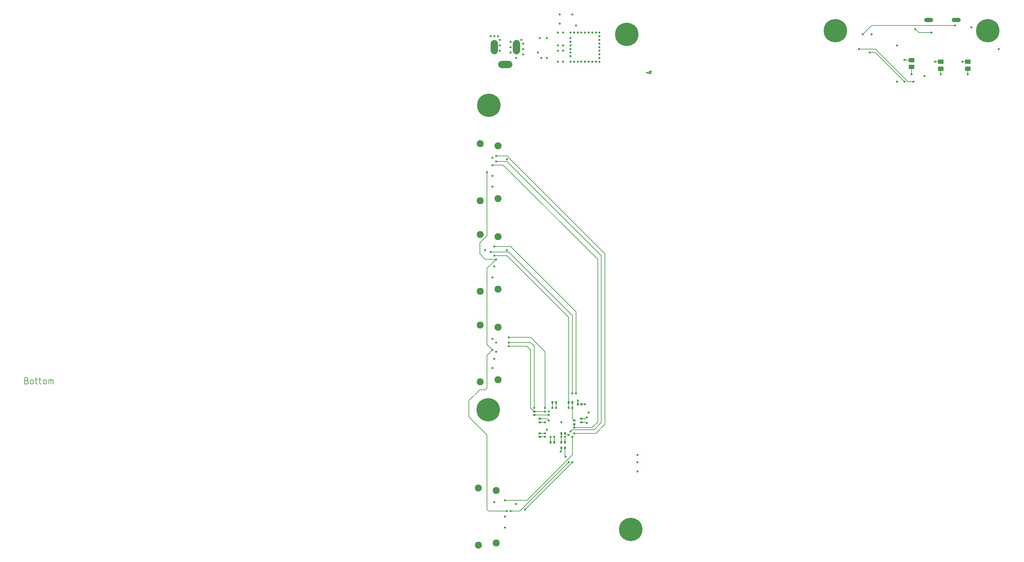
<source format=gbr>
G04 EAGLE Gerber RS-274X export*
G75*
%MOMM*%
%FSLAX34Y34*%
%LPD*%
%INBottom Copper*%
%IPPOS*%
%AMOC8*
5,1,8,0,0,1.08239X$1,22.5*%
G01*
%ADD10C,0.355600*%
%ADD11C,0.152400*%
%ADD12R,0.600000X0.700000*%
%ADD13R,0.700000X0.600000*%
%ADD14C,2.000000*%
%ADD15C,1.950000*%
%ADD16R,1.500000X1.300000*%
%ADD17C,1.219200*%
%ADD18C,6.451600*%
%ADD19C,0.600000*%
%ADD20C,0.150000*%


D10*
X498998Y1324939D02*
X510061Y1321778D01*
X510061Y1329680D01*
X506900Y1327310D02*
X513222Y1327310D01*
D11*
X-1209299Y475640D02*
X-1214238Y475640D01*
X-1209299Y475640D02*
X-1209159Y475638D01*
X-1209020Y475632D01*
X-1208880Y475622D01*
X-1208741Y475608D01*
X-1208602Y475591D01*
X-1208464Y475569D01*
X-1208327Y475543D01*
X-1208190Y475514D01*
X-1208054Y475481D01*
X-1207920Y475444D01*
X-1207786Y475403D01*
X-1207654Y475358D01*
X-1207522Y475309D01*
X-1207393Y475257D01*
X-1207265Y475202D01*
X-1207138Y475142D01*
X-1207013Y475079D01*
X-1206890Y475013D01*
X-1206769Y474943D01*
X-1206650Y474870D01*
X-1206533Y474793D01*
X-1206419Y474713D01*
X-1206306Y474630D01*
X-1206196Y474544D01*
X-1206089Y474454D01*
X-1205984Y474362D01*
X-1205882Y474267D01*
X-1205782Y474169D01*
X-1205685Y474068D01*
X-1205591Y473964D01*
X-1205501Y473858D01*
X-1205413Y473749D01*
X-1205328Y473638D01*
X-1205247Y473524D01*
X-1205168Y473409D01*
X-1205093Y473291D01*
X-1205022Y473171D01*
X-1204954Y473048D01*
X-1204889Y472925D01*
X-1204828Y472799D01*
X-1204770Y472671D01*
X-1204716Y472543D01*
X-1204666Y472412D01*
X-1204619Y472280D01*
X-1204576Y472147D01*
X-1204537Y472013D01*
X-1204502Y471878D01*
X-1204471Y471742D01*
X-1204443Y471604D01*
X-1204420Y471467D01*
X-1204400Y471328D01*
X-1204384Y471189D01*
X-1204372Y471050D01*
X-1204364Y470911D01*
X-1204360Y470771D01*
X-1204360Y470631D01*
X-1204364Y470491D01*
X-1204372Y470352D01*
X-1204384Y470213D01*
X-1204400Y470074D01*
X-1204420Y469935D01*
X-1204443Y469798D01*
X-1204471Y469660D01*
X-1204502Y469524D01*
X-1204537Y469389D01*
X-1204576Y469255D01*
X-1204619Y469122D01*
X-1204666Y468990D01*
X-1204716Y468859D01*
X-1204770Y468731D01*
X-1204828Y468603D01*
X-1204889Y468477D01*
X-1204954Y468354D01*
X-1205022Y468232D01*
X-1205093Y468111D01*
X-1205168Y467993D01*
X-1205247Y467878D01*
X-1205328Y467764D01*
X-1205413Y467653D01*
X-1205501Y467544D01*
X-1205591Y467438D01*
X-1205685Y467334D01*
X-1205782Y467233D01*
X-1205882Y467135D01*
X-1205984Y467040D01*
X-1206089Y466948D01*
X-1206196Y466858D01*
X-1206306Y466772D01*
X-1206419Y466689D01*
X-1206533Y466609D01*
X-1206650Y466532D01*
X-1206769Y466459D01*
X-1206890Y466389D01*
X-1207013Y466323D01*
X-1207138Y466260D01*
X-1207265Y466200D01*
X-1207393Y466145D01*
X-1207522Y466093D01*
X-1207654Y466044D01*
X-1207786Y465999D01*
X-1207920Y465958D01*
X-1208054Y465921D01*
X-1208190Y465888D01*
X-1208327Y465859D01*
X-1208464Y465833D01*
X-1208602Y465811D01*
X-1208741Y465794D01*
X-1208880Y465780D01*
X-1209020Y465770D01*
X-1209159Y465764D01*
X-1209299Y465762D01*
X-1214238Y465762D01*
X-1214238Y483542D01*
X-1209299Y483542D01*
X-1209175Y483540D01*
X-1209051Y483534D01*
X-1208927Y483524D01*
X-1208804Y483511D01*
X-1208681Y483493D01*
X-1208559Y483472D01*
X-1208437Y483447D01*
X-1208316Y483418D01*
X-1208197Y483385D01*
X-1208078Y483349D01*
X-1207961Y483308D01*
X-1207845Y483265D01*
X-1207730Y483217D01*
X-1207617Y483166D01*
X-1207505Y483111D01*
X-1207396Y483053D01*
X-1207288Y482992D01*
X-1207182Y482927D01*
X-1207078Y482859D01*
X-1206977Y482787D01*
X-1206877Y482713D01*
X-1206781Y482635D01*
X-1206686Y482555D01*
X-1206594Y482471D01*
X-1206505Y482385D01*
X-1206419Y482296D01*
X-1206335Y482204D01*
X-1206255Y482109D01*
X-1206177Y482013D01*
X-1206103Y481913D01*
X-1206031Y481812D01*
X-1205963Y481708D01*
X-1205898Y481602D01*
X-1205837Y481494D01*
X-1205779Y481385D01*
X-1205724Y481273D01*
X-1205673Y481160D01*
X-1205625Y481045D01*
X-1205582Y480929D01*
X-1205541Y480812D01*
X-1205505Y480693D01*
X-1205472Y480574D01*
X-1205443Y480453D01*
X-1205418Y480331D01*
X-1205397Y480209D01*
X-1205379Y480086D01*
X-1205366Y479963D01*
X-1205356Y479839D01*
X-1205350Y479715D01*
X-1205348Y479591D01*
X-1205350Y479467D01*
X-1205356Y479343D01*
X-1205366Y479219D01*
X-1205379Y479096D01*
X-1205397Y478973D01*
X-1205418Y478851D01*
X-1205443Y478729D01*
X-1205472Y478608D01*
X-1205505Y478489D01*
X-1205541Y478370D01*
X-1205582Y478253D01*
X-1205625Y478137D01*
X-1205673Y478022D01*
X-1205724Y477909D01*
X-1205779Y477797D01*
X-1205837Y477688D01*
X-1205898Y477580D01*
X-1205963Y477474D01*
X-1206031Y477370D01*
X-1206103Y477269D01*
X-1206177Y477169D01*
X-1206255Y477073D01*
X-1206335Y476978D01*
X-1206419Y476886D01*
X-1206505Y476797D01*
X-1206594Y476711D01*
X-1206686Y476627D01*
X-1206781Y476547D01*
X-1206877Y476469D01*
X-1206977Y476395D01*
X-1207078Y476323D01*
X-1207182Y476255D01*
X-1207288Y476190D01*
X-1207396Y476129D01*
X-1207505Y476071D01*
X-1207617Y476016D01*
X-1207730Y475965D01*
X-1207845Y475917D01*
X-1207961Y475874D01*
X-1208078Y475833D01*
X-1208197Y475797D01*
X-1208316Y475764D01*
X-1208437Y475735D01*
X-1208559Y475710D01*
X-1208681Y475689D01*
X-1208804Y475671D01*
X-1208927Y475658D01*
X-1209051Y475648D01*
X-1209175Y475642D01*
X-1209299Y475640D01*
X-1198372Y473664D02*
X-1198372Y469713D01*
X-1198372Y473664D02*
X-1198370Y473788D01*
X-1198364Y473912D01*
X-1198354Y474036D01*
X-1198341Y474159D01*
X-1198323Y474282D01*
X-1198302Y474404D01*
X-1198277Y474526D01*
X-1198248Y474647D01*
X-1198215Y474766D01*
X-1198179Y474885D01*
X-1198138Y475002D01*
X-1198095Y475118D01*
X-1198047Y475233D01*
X-1197996Y475346D01*
X-1197941Y475458D01*
X-1197883Y475567D01*
X-1197822Y475675D01*
X-1197757Y475781D01*
X-1197689Y475885D01*
X-1197617Y475986D01*
X-1197543Y476086D01*
X-1197465Y476182D01*
X-1197385Y476277D01*
X-1197301Y476369D01*
X-1197215Y476458D01*
X-1197126Y476544D01*
X-1197034Y476628D01*
X-1196939Y476708D01*
X-1196843Y476786D01*
X-1196743Y476860D01*
X-1196642Y476932D01*
X-1196538Y477000D01*
X-1196432Y477065D01*
X-1196324Y477126D01*
X-1196215Y477184D01*
X-1196103Y477239D01*
X-1195990Y477290D01*
X-1195875Y477338D01*
X-1195759Y477381D01*
X-1195642Y477422D01*
X-1195523Y477458D01*
X-1195404Y477491D01*
X-1195283Y477520D01*
X-1195161Y477545D01*
X-1195039Y477566D01*
X-1194916Y477584D01*
X-1194793Y477597D01*
X-1194669Y477607D01*
X-1194545Y477613D01*
X-1194421Y477615D01*
X-1194297Y477613D01*
X-1194173Y477607D01*
X-1194049Y477597D01*
X-1193926Y477584D01*
X-1193803Y477566D01*
X-1193681Y477545D01*
X-1193559Y477520D01*
X-1193438Y477491D01*
X-1193319Y477458D01*
X-1193200Y477422D01*
X-1193083Y477381D01*
X-1192967Y477338D01*
X-1192852Y477290D01*
X-1192739Y477239D01*
X-1192627Y477184D01*
X-1192518Y477126D01*
X-1192410Y477065D01*
X-1192304Y477000D01*
X-1192200Y476932D01*
X-1192099Y476860D01*
X-1191999Y476786D01*
X-1191903Y476708D01*
X-1191808Y476628D01*
X-1191716Y476544D01*
X-1191627Y476458D01*
X-1191541Y476369D01*
X-1191457Y476277D01*
X-1191377Y476182D01*
X-1191299Y476086D01*
X-1191225Y475986D01*
X-1191153Y475885D01*
X-1191085Y475781D01*
X-1191020Y475675D01*
X-1190959Y475567D01*
X-1190901Y475458D01*
X-1190846Y475346D01*
X-1190795Y475233D01*
X-1190747Y475118D01*
X-1190704Y475002D01*
X-1190663Y474885D01*
X-1190627Y474766D01*
X-1190594Y474647D01*
X-1190565Y474526D01*
X-1190540Y474404D01*
X-1190519Y474282D01*
X-1190501Y474159D01*
X-1190488Y474036D01*
X-1190478Y473912D01*
X-1190472Y473788D01*
X-1190470Y473664D01*
X-1190470Y469713D01*
X-1190472Y469589D01*
X-1190478Y469465D01*
X-1190488Y469341D01*
X-1190501Y469218D01*
X-1190519Y469095D01*
X-1190540Y468973D01*
X-1190565Y468851D01*
X-1190594Y468730D01*
X-1190627Y468611D01*
X-1190663Y468492D01*
X-1190704Y468375D01*
X-1190747Y468259D01*
X-1190795Y468144D01*
X-1190846Y468031D01*
X-1190901Y467919D01*
X-1190959Y467810D01*
X-1191020Y467702D01*
X-1191085Y467596D01*
X-1191153Y467492D01*
X-1191225Y467391D01*
X-1191299Y467291D01*
X-1191377Y467195D01*
X-1191457Y467100D01*
X-1191541Y467008D01*
X-1191627Y466919D01*
X-1191716Y466833D01*
X-1191808Y466749D01*
X-1191903Y466669D01*
X-1191999Y466591D01*
X-1192099Y466517D01*
X-1192200Y466445D01*
X-1192304Y466377D01*
X-1192410Y466312D01*
X-1192518Y466251D01*
X-1192627Y466193D01*
X-1192739Y466138D01*
X-1192852Y466087D01*
X-1192967Y466039D01*
X-1193083Y465996D01*
X-1193200Y465955D01*
X-1193319Y465919D01*
X-1193438Y465886D01*
X-1193559Y465857D01*
X-1193681Y465832D01*
X-1193803Y465811D01*
X-1193926Y465793D01*
X-1194049Y465780D01*
X-1194173Y465770D01*
X-1194297Y465764D01*
X-1194421Y465762D01*
X-1194545Y465764D01*
X-1194669Y465770D01*
X-1194793Y465780D01*
X-1194916Y465793D01*
X-1195039Y465811D01*
X-1195161Y465832D01*
X-1195283Y465857D01*
X-1195404Y465886D01*
X-1195523Y465919D01*
X-1195642Y465955D01*
X-1195759Y465996D01*
X-1195875Y466039D01*
X-1195990Y466087D01*
X-1196103Y466138D01*
X-1196215Y466193D01*
X-1196324Y466251D01*
X-1196432Y466312D01*
X-1196538Y466377D01*
X-1196642Y466445D01*
X-1196743Y466517D01*
X-1196843Y466591D01*
X-1196939Y466669D01*
X-1197034Y466749D01*
X-1197126Y466833D01*
X-1197215Y466919D01*
X-1197301Y467008D01*
X-1197385Y467100D01*
X-1197465Y467195D01*
X-1197543Y467291D01*
X-1197617Y467391D01*
X-1197689Y467492D01*
X-1197757Y467596D01*
X-1197822Y467702D01*
X-1197883Y467810D01*
X-1197941Y467919D01*
X-1197996Y468031D01*
X-1198047Y468144D01*
X-1198095Y468259D01*
X-1198138Y468375D01*
X-1198179Y468492D01*
X-1198215Y468611D01*
X-1198248Y468730D01*
X-1198277Y468851D01*
X-1198302Y468973D01*
X-1198323Y469095D01*
X-1198341Y469218D01*
X-1198354Y469341D01*
X-1198364Y469465D01*
X-1198370Y469589D01*
X-1198372Y469713D01*
X-1185210Y477615D02*
X-1179283Y477615D01*
X-1183234Y483542D02*
X-1183234Y468725D01*
X-1183232Y468619D01*
X-1183226Y468514D01*
X-1183217Y468408D01*
X-1183204Y468303D01*
X-1183187Y468199D01*
X-1183166Y468095D01*
X-1183142Y467992D01*
X-1183114Y467890D01*
X-1183082Y467789D01*
X-1183047Y467690D01*
X-1183008Y467591D01*
X-1182966Y467494D01*
X-1182921Y467399D01*
X-1182872Y467305D01*
X-1182819Y467213D01*
X-1182764Y467123D01*
X-1182705Y467035D01*
X-1182643Y466949D01*
X-1182578Y466866D01*
X-1182510Y466785D01*
X-1182440Y466706D01*
X-1182366Y466630D01*
X-1182290Y466556D01*
X-1182211Y466486D01*
X-1182130Y466418D01*
X-1182047Y466353D01*
X-1181961Y466291D01*
X-1181873Y466232D01*
X-1181783Y466177D01*
X-1181691Y466124D01*
X-1181597Y466075D01*
X-1181502Y466030D01*
X-1181405Y465988D01*
X-1181306Y465949D01*
X-1181207Y465914D01*
X-1181106Y465882D01*
X-1181004Y465854D01*
X-1180901Y465830D01*
X-1180797Y465809D01*
X-1180693Y465792D01*
X-1180588Y465779D01*
X-1180482Y465770D01*
X-1180377Y465764D01*
X-1180271Y465762D01*
X-1179283Y465762D01*
X-1174601Y477615D02*
X-1168674Y477615D01*
X-1172626Y483542D02*
X-1172626Y468725D01*
X-1172625Y468725D02*
X-1172623Y468619D01*
X-1172617Y468514D01*
X-1172608Y468408D01*
X-1172595Y468303D01*
X-1172578Y468199D01*
X-1172557Y468095D01*
X-1172533Y467992D01*
X-1172505Y467890D01*
X-1172473Y467789D01*
X-1172438Y467690D01*
X-1172399Y467591D01*
X-1172357Y467494D01*
X-1172312Y467399D01*
X-1172263Y467305D01*
X-1172210Y467213D01*
X-1172155Y467123D01*
X-1172096Y467035D01*
X-1172034Y466949D01*
X-1171969Y466866D01*
X-1171901Y466785D01*
X-1171831Y466706D01*
X-1171757Y466630D01*
X-1171681Y466556D01*
X-1171602Y466486D01*
X-1171521Y466418D01*
X-1171438Y466353D01*
X-1171352Y466291D01*
X-1171264Y466232D01*
X-1171174Y466177D01*
X-1171082Y466124D01*
X-1170988Y466075D01*
X-1170893Y466030D01*
X-1170796Y465988D01*
X-1170697Y465949D01*
X-1170598Y465914D01*
X-1170497Y465882D01*
X-1170395Y465854D01*
X-1170292Y465830D01*
X-1170188Y465809D01*
X-1170084Y465792D01*
X-1169979Y465779D01*
X-1169873Y465770D01*
X-1169768Y465764D01*
X-1169662Y465762D01*
X-1168674Y465762D01*
X-1162638Y469713D02*
X-1162638Y473664D01*
X-1162636Y473788D01*
X-1162630Y473912D01*
X-1162620Y474036D01*
X-1162607Y474159D01*
X-1162589Y474282D01*
X-1162568Y474404D01*
X-1162543Y474526D01*
X-1162514Y474647D01*
X-1162481Y474766D01*
X-1162445Y474885D01*
X-1162404Y475002D01*
X-1162361Y475118D01*
X-1162313Y475233D01*
X-1162262Y475346D01*
X-1162207Y475458D01*
X-1162149Y475567D01*
X-1162088Y475675D01*
X-1162023Y475781D01*
X-1161955Y475885D01*
X-1161883Y475986D01*
X-1161809Y476086D01*
X-1161731Y476182D01*
X-1161651Y476277D01*
X-1161567Y476369D01*
X-1161481Y476458D01*
X-1161392Y476544D01*
X-1161300Y476628D01*
X-1161205Y476708D01*
X-1161109Y476786D01*
X-1161009Y476860D01*
X-1160908Y476932D01*
X-1160804Y477000D01*
X-1160698Y477065D01*
X-1160590Y477126D01*
X-1160481Y477184D01*
X-1160369Y477239D01*
X-1160256Y477290D01*
X-1160141Y477338D01*
X-1160025Y477381D01*
X-1159908Y477422D01*
X-1159789Y477458D01*
X-1159670Y477491D01*
X-1159549Y477520D01*
X-1159427Y477545D01*
X-1159305Y477566D01*
X-1159182Y477584D01*
X-1159059Y477597D01*
X-1158935Y477607D01*
X-1158811Y477613D01*
X-1158687Y477615D01*
X-1158563Y477613D01*
X-1158439Y477607D01*
X-1158315Y477597D01*
X-1158192Y477584D01*
X-1158069Y477566D01*
X-1157947Y477545D01*
X-1157825Y477520D01*
X-1157704Y477491D01*
X-1157585Y477458D01*
X-1157466Y477422D01*
X-1157349Y477381D01*
X-1157233Y477338D01*
X-1157118Y477290D01*
X-1157005Y477239D01*
X-1156893Y477184D01*
X-1156784Y477126D01*
X-1156676Y477065D01*
X-1156570Y477000D01*
X-1156466Y476932D01*
X-1156365Y476860D01*
X-1156265Y476786D01*
X-1156169Y476708D01*
X-1156074Y476628D01*
X-1155982Y476544D01*
X-1155893Y476458D01*
X-1155807Y476369D01*
X-1155723Y476277D01*
X-1155643Y476182D01*
X-1155565Y476086D01*
X-1155491Y475986D01*
X-1155419Y475885D01*
X-1155351Y475781D01*
X-1155286Y475675D01*
X-1155225Y475567D01*
X-1155167Y475458D01*
X-1155112Y475346D01*
X-1155061Y475233D01*
X-1155013Y475118D01*
X-1154970Y475002D01*
X-1154929Y474885D01*
X-1154893Y474766D01*
X-1154860Y474647D01*
X-1154831Y474526D01*
X-1154806Y474404D01*
X-1154785Y474282D01*
X-1154767Y474159D01*
X-1154754Y474036D01*
X-1154744Y473912D01*
X-1154738Y473788D01*
X-1154736Y473664D01*
X-1154735Y473664D02*
X-1154735Y469713D01*
X-1154736Y469713D02*
X-1154738Y469589D01*
X-1154744Y469465D01*
X-1154754Y469341D01*
X-1154767Y469218D01*
X-1154785Y469095D01*
X-1154806Y468973D01*
X-1154831Y468851D01*
X-1154860Y468730D01*
X-1154893Y468611D01*
X-1154929Y468492D01*
X-1154970Y468375D01*
X-1155013Y468259D01*
X-1155061Y468144D01*
X-1155112Y468031D01*
X-1155167Y467919D01*
X-1155225Y467810D01*
X-1155286Y467702D01*
X-1155351Y467596D01*
X-1155419Y467492D01*
X-1155491Y467391D01*
X-1155565Y467291D01*
X-1155643Y467195D01*
X-1155723Y467100D01*
X-1155807Y467008D01*
X-1155893Y466919D01*
X-1155982Y466833D01*
X-1156074Y466749D01*
X-1156169Y466669D01*
X-1156265Y466591D01*
X-1156365Y466517D01*
X-1156466Y466445D01*
X-1156570Y466377D01*
X-1156676Y466312D01*
X-1156784Y466251D01*
X-1156893Y466193D01*
X-1157005Y466138D01*
X-1157118Y466087D01*
X-1157233Y466039D01*
X-1157349Y465996D01*
X-1157466Y465955D01*
X-1157585Y465919D01*
X-1157704Y465886D01*
X-1157825Y465857D01*
X-1157947Y465832D01*
X-1158069Y465811D01*
X-1158192Y465793D01*
X-1158315Y465780D01*
X-1158439Y465770D01*
X-1158563Y465764D01*
X-1158687Y465762D01*
X-1158811Y465764D01*
X-1158935Y465770D01*
X-1159059Y465780D01*
X-1159182Y465793D01*
X-1159305Y465811D01*
X-1159427Y465832D01*
X-1159549Y465857D01*
X-1159670Y465886D01*
X-1159789Y465919D01*
X-1159908Y465955D01*
X-1160025Y465996D01*
X-1160141Y466039D01*
X-1160256Y466087D01*
X-1160369Y466138D01*
X-1160481Y466193D01*
X-1160590Y466251D01*
X-1160698Y466312D01*
X-1160804Y466377D01*
X-1160908Y466445D01*
X-1161009Y466517D01*
X-1161109Y466591D01*
X-1161205Y466669D01*
X-1161300Y466749D01*
X-1161392Y466833D01*
X-1161481Y466919D01*
X-1161567Y467008D01*
X-1161651Y467100D01*
X-1161731Y467195D01*
X-1161809Y467291D01*
X-1161883Y467391D01*
X-1161955Y467492D01*
X-1162023Y467596D01*
X-1162088Y467702D01*
X-1162149Y467810D01*
X-1162207Y467919D01*
X-1162262Y468031D01*
X-1162313Y468144D01*
X-1162361Y468259D01*
X-1162404Y468375D01*
X-1162445Y468492D01*
X-1162481Y468611D01*
X-1162514Y468730D01*
X-1162543Y468851D01*
X-1162568Y468973D01*
X-1162589Y469095D01*
X-1162607Y469218D01*
X-1162620Y469341D01*
X-1162630Y469465D01*
X-1162636Y469589D01*
X-1162638Y469713D01*
X-1147304Y465762D02*
X-1147304Y477615D01*
X-1138414Y477615D01*
X-1138308Y477613D01*
X-1138203Y477607D01*
X-1138097Y477598D01*
X-1137992Y477585D01*
X-1137888Y477568D01*
X-1137784Y477547D01*
X-1137681Y477523D01*
X-1137579Y477495D01*
X-1137478Y477463D01*
X-1137379Y477428D01*
X-1137280Y477389D01*
X-1137183Y477347D01*
X-1137088Y477302D01*
X-1136994Y477253D01*
X-1136902Y477200D01*
X-1136812Y477145D01*
X-1136724Y477086D01*
X-1136638Y477024D01*
X-1136555Y476959D01*
X-1136474Y476891D01*
X-1136395Y476821D01*
X-1136319Y476747D01*
X-1136245Y476671D01*
X-1136175Y476592D01*
X-1136107Y476511D01*
X-1136042Y476428D01*
X-1135980Y476342D01*
X-1135921Y476254D01*
X-1135866Y476164D01*
X-1135813Y476072D01*
X-1135764Y475978D01*
X-1135719Y475883D01*
X-1135677Y475786D01*
X-1135638Y475687D01*
X-1135603Y475588D01*
X-1135571Y475487D01*
X-1135543Y475385D01*
X-1135519Y475282D01*
X-1135498Y475178D01*
X-1135481Y475074D01*
X-1135468Y474969D01*
X-1135459Y474863D01*
X-1135453Y474758D01*
X-1135451Y474652D01*
X-1135451Y465762D01*
X-1141378Y465762D02*
X-1141378Y477615D01*
D12*
X235000Y305000D03*
X245000Y305000D03*
D13*
X205000Y370000D03*
X205000Y360000D03*
D12*
X265000Y305000D03*
X275000Y305000D03*
D13*
X320000Y360000D03*
X320000Y370000D03*
D12*
X240000Y415000D03*
X250000Y415000D03*
X310000Y410000D03*
X320000Y410000D03*
D14*
X141000Y1385000D02*
X141000Y1405000D01*
X80000Y1405000D02*
X80000Y1385000D01*
X100000Y1347000D02*
X120000Y1347000D01*
D15*
X90000Y1122500D03*
X90000Y977500D03*
X41000Y971500D03*
X41000Y1128500D03*
X90000Y872500D03*
X90000Y727500D03*
X41000Y721500D03*
X41000Y878500D03*
X90000Y622500D03*
X90000Y477500D03*
X41000Y471500D03*
X41000Y628500D03*
X85000Y172500D03*
X85000Y27500D03*
X36000Y21500D03*
X36000Y178500D03*
D13*
X205000Y330000D03*
X205000Y320000D03*
D16*
X1385000Y1335500D03*
X1385000Y1354500D03*
D13*
X190000Y390000D03*
X190000Y380000D03*
X300000Y355000D03*
X300000Y365000D03*
D12*
X285000Y415000D03*
X295000Y415000D03*
X275000Y330000D03*
X265000Y330000D03*
X275000Y290000D03*
X265000Y290000D03*
D16*
X1230000Y1340500D03*
X1230000Y1359500D03*
X1310000Y1335500D03*
X1310000Y1354500D03*
D17*
X1347004Y1470000D02*
X1359196Y1470000D01*
X1282996Y1470000D02*
X1270804Y1470000D01*
D18*
X1440000Y1440000D03*
X455900Y64500D03*
X1020000Y1440000D03*
X63100Y394500D03*
X65000Y1235000D03*
X445000Y1430000D03*
D19*
X120000Y595000D03*
D11*
X180000Y595000D01*
X220000Y555000D01*
X220000Y400000D01*
D19*
X220000Y400000D03*
X80000Y845000D03*
D11*
X125000Y845000D01*
X305000Y665000D01*
X305000Y440000D01*
D19*
X305000Y440000D03*
D11*
X385000Y355000D02*
X360000Y330000D01*
X300000Y330000D01*
D19*
X300000Y330000D03*
D11*
X385000Y355000D02*
X385000Y825000D01*
X115000Y1095000D02*
X85000Y1095000D01*
D19*
X85000Y1095000D03*
D11*
X115000Y1095000D02*
X385000Y825000D01*
D19*
X110000Y145000D03*
D11*
X170000Y145000D01*
X295000Y270000D02*
X295000Y320000D01*
X295000Y270000D02*
X170000Y145000D01*
D19*
X295000Y320000D03*
X120000Y580000D03*
D11*
X180000Y580000D01*
X190000Y570000D01*
X190000Y400000D01*
D19*
X190000Y400000D03*
X120000Y570000D03*
D11*
X170000Y570000D01*
X180000Y560000D01*
X180000Y400000D02*
X190000Y390000D01*
X180000Y400000D02*
X180000Y560000D01*
X190000Y390000D02*
X220000Y390000D01*
D19*
X220000Y390000D03*
X70000Y830000D03*
D11*
X120000Y830000D01*
X295000Y655000D01*
X295000Y440000D01*
D19*
X295000Y440000D03*
X80000Y820000D03*
D11*
X115000Y820000D01*
X285000Y650000D02*
X285000Y415000D01*
X285000Y650000D02*
X115000Y820000D01*
X285000Y415000D02*
X285000Y400000D01*
D19*
X285000Y400000D03*
X300000Y345262D03*
D11*
X349738Y345262D01*
X365000Y360524D01*
X105000Y1070000D02*
X75000Y1070000D01*
D19*
X75000Y1070000D03*
D11*
X365000Y810000D02*
X365000Y360524D01*
X365000Y810000D02*
X105000Y1070000D01*
X300000Y355000D02*
X300000Y345262D01*
D19*
X290000Y335000D03*
D11*
X355000Y340000D02*
X375000Y360000D01*
X375000Y820000D01*
X115000Y1080000D02*
X85000Y1080000D01*
D19*
X85000Y1080000D03*
D11*
X295000Y340000D02*
X355000Y340000D01*
X295000Y340000D02*
X290000Y335000D01*
X375000Y820000D02*
X115000Y1080000D01*
D19*
X165000Y120000D03*
X295000Y250000D03*
D11*
X275000Y266774D02*
X275000Y290000D01*
X275000Y266774D02*
X276774Y265000D01*
D19*
X276774Y265000D03*
D11*
X295000Y250000D02*
X165000Y120000D01*
D19*
X125000Y115000D03*
D11*
X150000Y115000D02*
X285000Y250000D01*
D19*
X285000Y250000D03*
D11*
X150000Y115000D02*
X125000Y115000D01*
X280000Y325000D02*
X275000Y330000D01*
X280000Y325000D02*
X285000Y325000D01*
D19*
X285000Y325000D03*
X70000Y1425000D03*
X80000Y1425000D03*
X90000Y1425000D03*
X95000Y1415000D03*
X95000Y1400000D03*
X95000Y1385000D03*
X205000Y1420000D03*
X225000Y1420000D03*
X270000Y1435000D03*
X260000Y1460000D03*
X260000Y1485000D03*
X255000Y1400000D03*
X270000Y1400000D03*
X255000Y1435000D03*
X140000Y135000D03*
X85000Y580000D03*
X115000Y835262D03*
X115000Y1085262D03*
D11*
X205000Y330000D02*
X220000Y330000D01*
D19*
X220000Y330000D03*
D11*
X245000Y320000D02*
X245000Y305000D01*
D19*
X245000Y320000D03*
D11*
X275000Y320000D02*
X275000Y305000D01*
D19*
X275000Y320000D03*
D11*
X220000Y360000D02*
X205000Y360000D01*
D19*
X220000Y360000D03*
X250000Y400000D03*
D11*
X250000Y415000D01*
D19*
X230000Y390000D03*
D11*
X320000Y370000D02*
X331774Y370000D01*
X335000Y373226D01*
D19*
X335000Y373226D03*
D11*
X330000Y410000D02*
X320000Y410000D01*
D19*
X330000Y410000D03*
X1190000Y1400000D03*
X1395000Y1450000D03*
X1265000Y1315000D03*
X85000Y555000D03*
X110000Y100000D03*
X80000Y790000D03*
X75000Y1040000D03*
X110000Y70000D03*
X80000Y535000D03*
X75000Y510000D03*
X75000Y760000D03*
X75000Y1010000D03*
X290000Y1355000D03*
X290000Y1435000D03*
X300000Y1435000D03*
X310000Y1435000D03*
X320000Y1435000D03*
X330000Y1435000D03*
X340000Y1435000D03*
X290000Y1390000D03*
X290000Y1400000D03*
X290000Y1410000D03*
X290000Y1420000D03*
X290000Y1380000D03*
X290000Y1370000D03*
X300000Y1355000D03*
X310000Y1355000D03*
X320000Y1355000D03*
X330000Y1355000D03*
X340000Y1355000D03*
X350000Y1355000D03*
X370000Y1355000D03*
X360000Y1355000D03*
X370000Y1365000D03*
X370000Y1375000D03*
X370000Y1385000D03*
X370000Y1395000D03*
X370000Y1405000D03*
X370000Y1415000D03*
X370000Y1425000D03*
X370000Y1435000D03*
X360000Y1435000D03*
X350000Y1435000D03*
X305000Y1455000D03*
X295000Y1485000D03*
X235000Y320000D03*
D11*
X235000Y305000D01*
D19*
X265000Y320000D03*
D11*
X265000Y305000D01*
X265000Y320000D02*
X265000Y330000D01*
D19*
X230000Y365000D03*
D11*
X225000Y370000D01*
X205000Y370000D01*
X240000Y400000D02*
X240000Y415000D01*
D19*
X240000Y400000D03*
X340000Y386774D03*
X335000Y358226D03*
D11*
X333226Y360000D01*
X320000Y360000D01*
D19*
X265000Y360000D03*
D11*
X1210500Y1359500D02*
X1230000Y1359500D01*
X1210500Y1359500D02*
X1210000Y1360000D01*
D19*
X1210000Y1360000D03*
D11*
X1295500Y1354500D02*
X1310000Y1354500D01*
X1295500Y1354500D02*
X1295000Y1355000D01*
D19*
X1295000Y1355000D03*
D11*
X1370500Y1354500D02*
X1385000Y1354500D01*
X1370500Y1354500D02*
X1370000Y1355000D01*
D19*
X1370000Y1355000D03*
X1120000Y1430000D03*
X1470000Y1390000D03*
X225000Y340000D03*
X263226Y280000D03*
D11*
X265000Y281774D01*
X265000Y290000D01*
X220000Y320000D02*
X205000Y320000D01*
D19*
X220000Y320000D03*
X475000Y250000D03*
X1210000Y1300000D03*
D11*
X1130000Y1380000D01*
X1115000Y1380000D01*
D19*
X1115000Y1380000D03*
X475000Y225000D03*
X1235000Y1300000D03*
X1085000Y1390000D03*
D11*
X1130000Y1390000D01*
X1220000Y1300000D02*
X1235000Y1300000D01*
X1220000Y1300000D02*
X1130000Y1390000D01*
D19*
X475000Y270000D03*
X1190000Y1300000D03*
X115000Y115000D03*
D20*
X65000Y115000D01*
X60000Y120000D01*
X60000Y325000D01*
X10000Y375000D01*
X10000Y420000D01*
X40000Y450000D01*
X55000Y450000D02*
X60000Y455000D01*
X60000Y545000D01*
X75000Y560000D01*
D19*
X75000Y560000D03*
D20*
X55000Y450000D02*
X40000Y450000D01*
X75000Y560000D02*
X60000Y575000D01*
X60000Y785000D01*
X85000Y810000D01*
D19*
X85000Y810000D03*
D11*
X55000Y810000D01*
X40000Y825000D01*
X40000Y855000D02*
X60000Y875000D01*
X60000Y1050000D01*
D19*
X60000Y1050000D03*
D11*
X40000Y855000D02*
X40000Y825000D01*
X1230000Y1320000D02*
X1230000Y1340500D01*
D19*
X1230000Y1320000D03*
D11*
X1310000Y1320000D02*
X1310000Y1335500D01*
D19*
X1310000Y1320000D03*
X1240000Y1445000D03*
D11*
X1250000Y1435000D02*
X1285000Y1435000D01*
D19*
X1285000Y1435000D03*
D11*
X1250000Y1435000D02*
X1240000Y1445000D01*
D19*
X1385000Y1320000D03*
D11*
X1385000Y1335500D01*
D19*
X1095000Y1430000D03*
D11*
X1120000Y1455000D02*
X1350000Y1455000D01*
D19*
X1350000Y1455000D03*
D11*
X1120000Y1455000D02*
X1095000Y1430000D01*
D19*
X255000Y1355000D03*
X270000Y1355000D03*
X270000Y1385000D03*
X200000Y1380000D03*
X160000Y1375000D03*
X255000Y1385000D03*
X210000Y1365000D03*
X225000Y1365000D03*
X160000Y1390000D03*
X160000Y1405000D03*
X125000Y1380000D03*
X125000Y1395000D03*
X125000Y1410000D03*
X140000Y1365000D03*
X155000Y1415000D03*
D11*
X295000Y415000D02*
X295000Y400000D01*
D19*
X295000Y400000D03*
D20*
X310000Y410000D02*
X310000Y420000D01*
D19*
X310000Y420000D03*
X75000Y1090000D03*
X55000Y835000D03*
X75000Y590000D03*
X80262Y140000D03*
D11*
X300000Y365000D02*
X295000Y370000D01*
X295000Y400000D01*
X230000Y380000D02*
X190000Y380000D01*
D19*
X230000Y380000D03*
M02*

</source>
